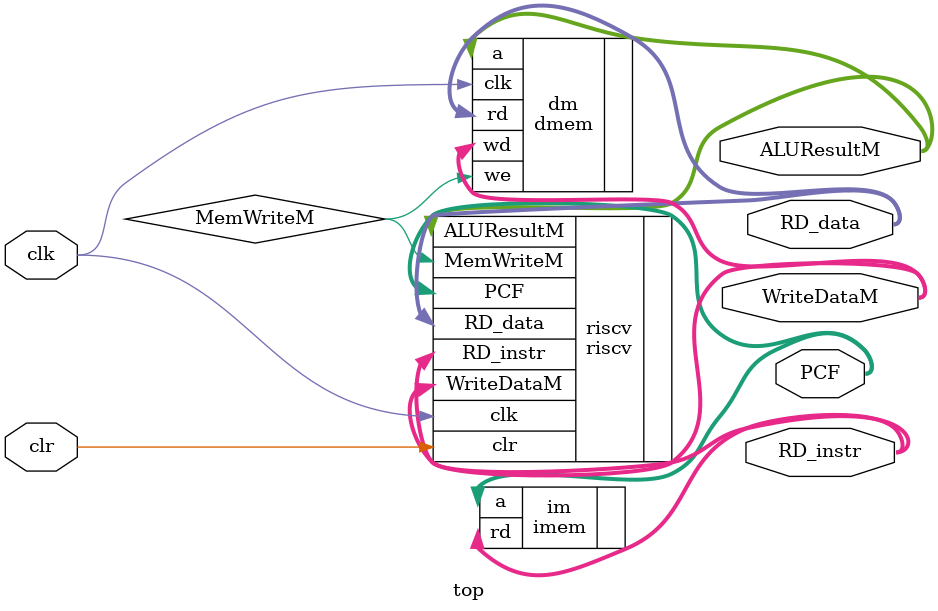
<source format=sv>

module top (input logic clk, clr,
            output logic [31:0] RD_instr, RD_data,
            output logic [31:0] PCF,
            output logic [31:0] ALUResultM, WriteDataM);

    logic MemWriteM;

    riscv riscv(
        .clk(clk), .clr(clr),
        .RD_instr(RD_instr), .RD_data(RD_data),
        .PCF(PCF),
        .ALUResultM(ALUResultM), .WriteDataM(WriteDataM),
        .MemWriteM(MemWriteM)
    );

    imem im(
        .a(PCF),
        .rd(RD_instr)
    );

    dmem dm(
        .clk(clk), .we(MemWriteM),
        .a(ALUResultM), .wd(WriteDataM),
        .rd(RD_data)
    );
    
endmodule
</source>
